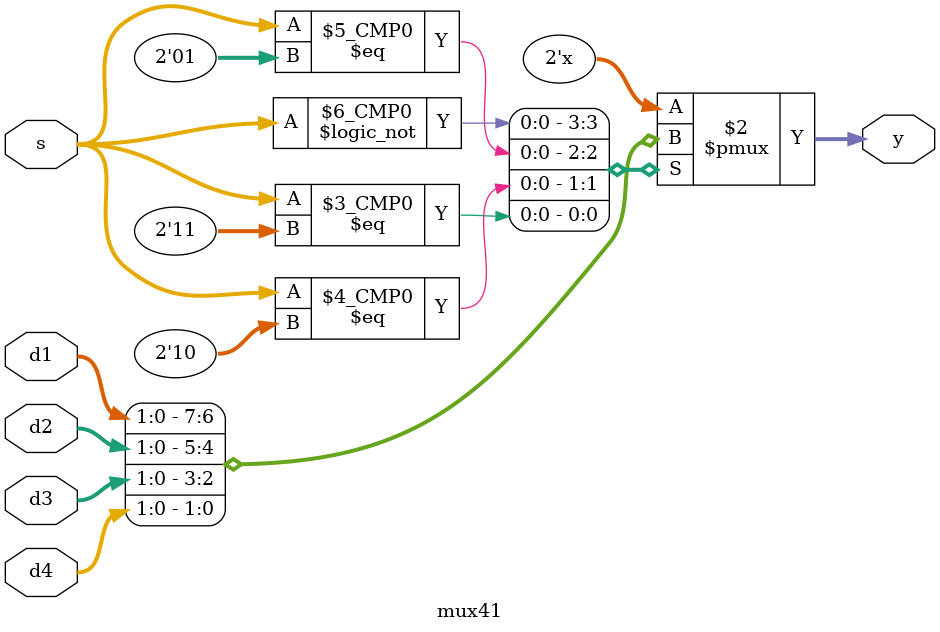
<source format=v>
`timescale 1ns / 1ps
module mux41(
    output reg [1:0] y,
    input [1:0] s, d1, d2, d3, d4);
    always@(s)
    begin
        case(s)
            2'd0: y = d1;
            2'd1: y = d2;
            2'd2: y = d3;
            2'd3: y = d4;
        default: y = 2'd0;
        endcase
    end
endmodule
</source>
